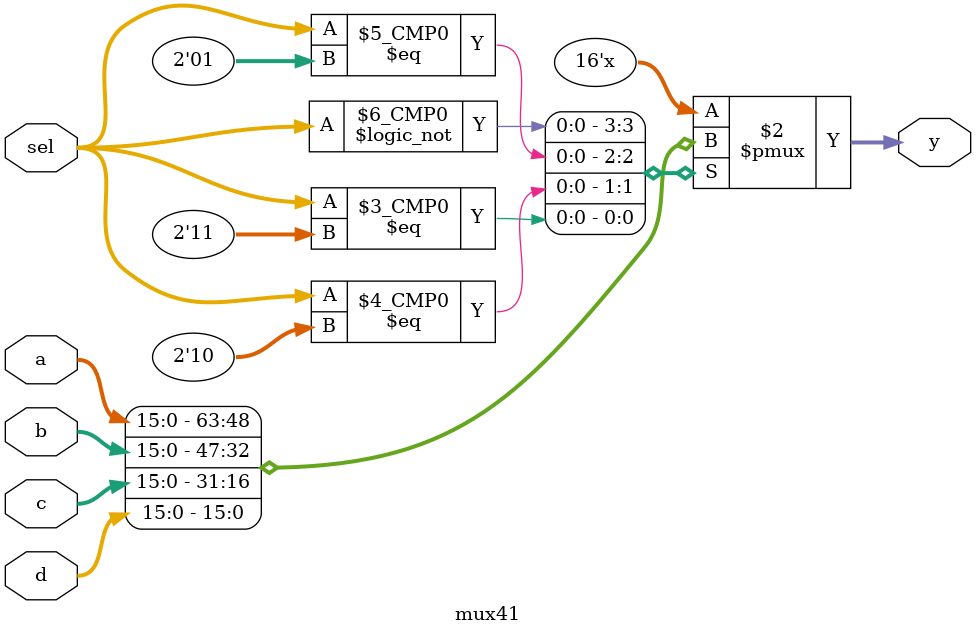
<source format=v>
module mux41(a,b,c,d,sel,y);
	input [15:0] a,b,c,d;
	input [1:0] sel;
	output reg [15:0] y;
	
	always@(*) begin
		case(sel)
		2'b00: y=a;
		2'b01: y=b;
		2'b10: y=c;
		2'b11: y=d;
		endcase
	end
endmodule

</source>
